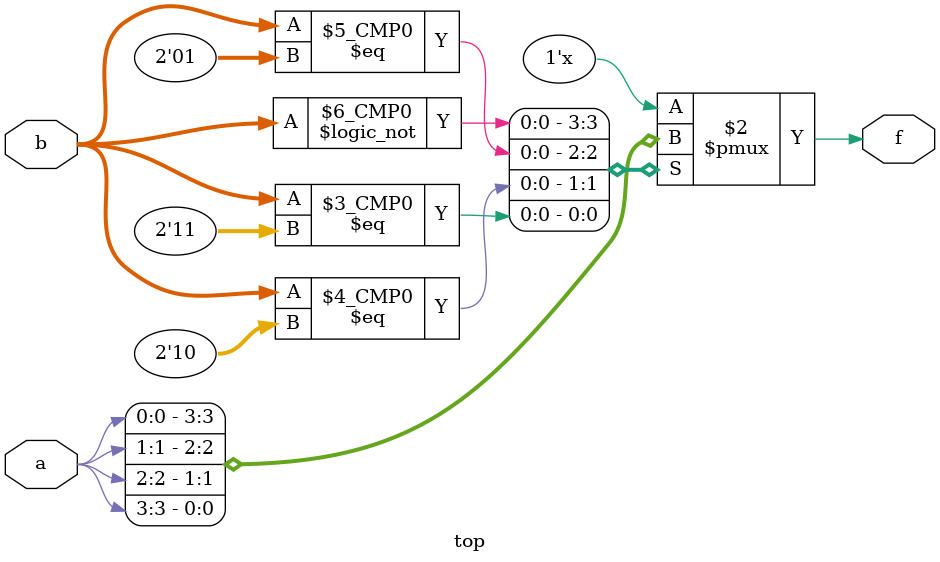
<source format=v>
module top(
   input  [3:0] a,
   input  [1:0] b,
   output f
);//二位四选一选择器
  // assign f = (a[0]&~b[0]&~b[1])|(a[1]&b[0]&~b[1])|(a[2]&b[1]&~b[0])|(a[3]&b[1]&b[0]);
  always @(b or a)
    case(b)
      2'b00:f=a[0];
      2'b01:f=a[1];
      2'b10:f=a[2];
      2'b11:f=a[3];
      default:f=2'b00;
    endcase
endmodule
</source>
